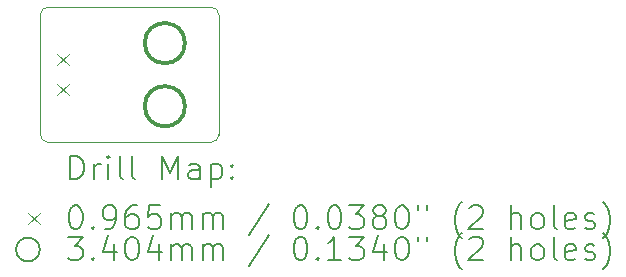
<source format=gbr>
%TF.GenerationSoftware,KiCad,Pcbnew,6.0.7-f9a2dced07~116~ubuntu20.04.1*%
%TF.CreationDate,2022-09-17T14:00:31-07:00*%
%TF.ProjectId,CAN_terminator,43414e5f-7465-4726-9d69-6e61746f722e,rev?*%
%TF.SameCoordinates,Original*%
%TF.FileFunction,Drillmap*%
%TF.FilePolarity,Positive*%
%FSLAX45Y45*%
G04 Gerber Fmt 4.5, Leading zero omitted, Abs format (unit mm)*
G04 Created by KiCad (PCBNEW 6.0.7-f9a2dced07~116~ubuntu20.04.1) date 2022-09-17 14:00:31*
%MOMM*%
%LPD*%
G01*
G04 APERTURE LIST*
%ADD10C,0.100000*%
%ADD11C,0.200000*%
%ADD12C,0.096520*%
%ADD13C,0.340360*%
G04 APERTURE END LIST*
D10*
X15989300Y-12382500D02*
G75*
G03*
X16052800Y-12319000I0J63500D01*
G01*
X14605000Y-11239500D02*
G75*
G03*
X14541500Y-11303000I0J-63500D01*
G01*
X14541500Y-11303000D02*
X14541500Y-12319000D01*
X16052800Y-11303000D02*
X16052800Y-12319000D01*
X14605000Y-12382500D02*
X15989300Y-12382500D01*
X14541500Y-12319000D02*
G75*
G03*
X14605000Y-12382500I63500J0D01*
G01*
X14605000Y-11239500D02*
X15989300Y-11239500D01*
X16052800Y-11303000D02*
G75*
G03*
X15989300Y-11239500I-63500J0D01*
G01*
D11*
D12*
X14683740Y-11635740D02*
X14780260Y-11732260D01*
X14780260Y-11635740D02*
X14683740Y-11732260D01*
X14683740Y-11889740D02*
X14780260Y-11986260D01*
X14780260Y-11889740D02*
X14683740Y-11986260D01*
D13*
X15766180Y-11544000D02*
G75*
G03*
X15766180Y-11544000I-170180J0D01*
G01*
X15766180Y-12078000D02*
G75*
G03*
X15766180Y-12078000I-170180J0D01*
G01*
D11*
X14794119Y-12697976D02*
X14794119Y-12497976D01*
X14841738Y-12497976D01*
X14870309Y-12507500D01*
X14889357Y-12526548D01*
X14898881Y-12545595D01*
X14908405Y-12583690D01*
X14908405Y-12612262D01*
X14898881Y-12650357D01*
X14889357Y-12669405D01*
X14870309Y-12688452D01*
X14841738Y-12697976D01*
X14794119Y-12697976D01*
X14994119Y-12697976D02*
X14994119Y-12564643D01*
X14994119Y-12602738D02*
X15003643Y-12583690D01*
X15013167Y-12574167D01*
X15032214Y-12564643D01*
X15051262Y-12564643D01*
X15117928Y-12697976D02*
X15117928Y-12564643D01*
X15117928Y-12497976D02*
X15108405Y-12507500D01*
X15117928Y-12517024D01*
X15127452Y-12507500D01*
X15117928Y-12497976D01*
X15117928Y-12517024D01*
X15241738Y-12697976D02*
X15222690Y-12688452D01*
X15213167Y-12669405D01*
X15213167Y-12497976D01*
X15346500Y-12697976D02*
X15327452Y-12688452D01*
X15317928Y-12669405D01*
X15317928Y-12497976D01*
X15575071Y-12697976D02*
X15575071Y-12497976D01*
X15641738Y-12640833D01*
X15708405Y-12497976D01*
X15708405Y-12697976D01*
X15889357Y-12697976D02*
X15889357Y-12593214D01*
X15879833Y-12574167D01*
X15860786Y-12564643D01*
X15822690Y-12564643D01*
X15803643Y-12574167D01*
X15889357Y-12688452D02*
X15870309Y-12697976D01*
X15822690Y-12697976D01*
X15803643Y-12688452D01*
X15794119Y-12669405D01*
X15794119Y-12650357D01*
X15803643Y-12631309D01*
X15822690Y-12621786D01*
X15870309Y-12621786D01*
X15889357Y-12612262D01*
X15984595Y-12564643D02*
X15984595Y-12764643D01*
X15984595Y-12574167D02*
X16003643Y-12564643D01*
X16041738Y-12564643D01*
X16060786Y-12574167D01*
X16070309Y-12583690D01*
X16079833Y-12602738D01*
X16079833Y-12659881D01*
X16070309Y-12678928D01*
X16060786Y-12688452D01*
X16041738Y-12697976D01*
X16003643Y-12697976D01*
X15984595Y-12688452D01*
X16165548Y-12678928D02*
X16175071Y-12688452D01*
X16165548Y-12697976D01*
X16156024Y-12688452D01*
X16165548Y-12678928D01*
X16165548Y-12697976D01*
X16165548Y-12574167D02*
X16175071Y-12583690D01*
X16165548Y-12593214D01*
X16156024Y-12583690D01*
X16165548Y-12574167D01*
X16165548Y-12593214D01*
D12*
X14439980Y-12979240D02*
X14536500Y-13075760D01*
X14536500Y-12979240D02*
X14439980Y-13075760D01*
D11*
X14832214Y-12917976D02*
X14851262Y-12917976D01*
X14870309Y-12927500D01*
X14879833Y-12937024D01*
X14889357Y-12956071D01*
X14898881Y-12994167D01*
X14898881Y-13041786D01*
X14889357Y-13079881D01*
X14879833Y-13098928D01*
X14870309Y-13108452D01*
X14851262Y-13117976D01*
X14832214Y-13117976D01*
X14813167Y-13108452D01*
X14803643Y-13098928D01*
X14794119Y-13079881D01*
X14784595Y-13041786D01*
X14784595Y-12994167D01*
X14794119Y-12956071D01*
X14803643Y-12937024D01*
X14813167Y-12927500D01*
X14832214Y-12917976D01*
X14984595Y-13098928D02*
X14994119Y-13108452D01*
X14984595Y-13117976D01*
X14975071Y-13108452D01*
X14984595Y-13098928D01*
X14984595Y-13117976D01*
X15089357Y-13117976D02*
X15127452Y-13117976D01*
X15146500Y-13108452D01*
X15156024Y-13098928D01*
X15175071Y-13070357D01*
X15184595Y-13032262D01*
X15184595Y-12956071D01*
X15175071Y-12937024D01*
X15165548Y-12927500D01*
X15146500Y-12917976D01*
X15108405Y-12917976D01*
X15089357Y-12927500D01*
X15079833Y-12937024D01*
X15070309Y-12956071D01*
X15070309Y-13003690D01*
X15079833Y-13022738D01*
X15089357Y-13032262D01*
X15108405Y-13041786D01*
X15146500Y-13041786D01*
X15165548Y-13032262D01*
X15175071Y-13022738D01*
X15184595Y-13003690D01*
X15356024Y-12917976D02*
X15317928Y-12917976D01*
X15298881Y-12927500D01*
X15289357Y-12937024D01*
X15270309Y-12965595D01*
X15260786Y-13003690D01*
X15260786Y-13079881D01*
X15270309Y-13098928D01*
X15279833Y-13108452D01*
X15298881Y-13117976D01*
X15336976Y-13117976D01*
X15356024Y-13108452D01*
X15365548Y-13098928D01*
X15375071Y-13079881D01*
X15375071Y-13032262D01*
X15365548Y-13013214D01*
X15356024Y-13003690D01*
X15336976Y-12994167D01*
X15298881Y-12994167D01*
X15279833Y-13003690D01*
X15270309Y-13013214D01*
X15260786Y-13032262D01*
X15556024Y-12917976D02*
X15460786Y-12917976D01*
X15451262Y-13013214D01*
X15460786Y-13003690D01*
X15479833Y-12994167D01*
X15527452Y-12994167D01*
X15546500Y-13003690D01*
X15556024Y-13013214D01*
X15565548Y-13032262D01*
X15565548Y-13079881D01*
X15556024Y-13098928D01*
X15546500Y-13108452D01*
X15527452Y-13117976D01*
X15479833Y-13117976D01*
X15460786Y-13108452D01*
X15451262Y-13098928D01*
X15651262Y-13117976D02*
X15651262Y-12984643D01*
X15651262Y-13003690D02*
X15660786Y-12994167D01*
X15679833Y-12984643D01*
X15708405Y-12984643D01*
X15727452Y-12994167D01*
X15736976Y-13013214D01*
X15736976Y-13117976D01*
X15736976Y-13013214D02*
X15746500Y-12994167D01*
X15765548Y-12984643D01*
X15794119Y-12984643D01*
X15813167Y-12994167D01*
X15822690Y-13013214D01*
X15822690Y-13117976D01*
X15917928Y-13117976D02*
X15917928Y-12984643D01*
X15917928Y-13003690D02*
X15927452Y-12994167D01*
X15946500Y-12984643D01*
X15975071Y-12984643D01*
X15994119Y-12994167D01*
X16003643Y-13013214D01*
X16003643Y-13117976D01*
X16003643Y-13013214D02*
X16013167Y-12994167D01*
X16032214Y-12984643D01*
X16060786Y-12984643D01*
X16079833Y-12994167D01*
X16089357Y-13013214D01*
X16089357Y-13117976D01*
X16479833Y-12908452D02*
X16308405Y-13165595D01*
X16736976Y-12917976D02*
X16756024Y-12917976D01*
X16775071Y-12927500D01*
X16784595Y-12937024D01*
X16794119Y-12956071D01*
X16803643Y-12994167D01*
X16803643Y-13041786D01*
X16794119Y-13079881D01*
X16784595Y-13098928D01*
X16775071Y-13108452D01*
X16756024Y-13117976D01*
X16736976Y-13117976D01*
X16717928Y-13108452D01*
X16708405Y-13098928D01*
X16698881Y-13079881D01*
X16689357Y-13041786D01*
X16689357Y-12994167D01*
X16698881Y-12956071D01*
X16708405Y-12937024D01*
X16717928Y-12927500D01*
X16736976Y-12917976D01*
X16889357Y-13098928D02*
X16898881Y-13108452D01*
X16889357Y-13117976D01*
X16879833Y-13108452D01*
X16889357Y-13098928D01*
X16889357Y-13117976D01*
X17022690Y-12917976D02*
X17041738Y-12917976D01*
X17060786Y-12927500D01*
X17070310Y-12937024D01*
X17079833Y-12956071D01*
X17089357Y-12994167D01*
X17089357Y-13041786D01*
X17079833Y-13079881D01*
X17070310Y-13098928D01*
X17060786Y-13108452D01*
X17041738Y-13117976D01*
X17022690Y-13117976D01*
X17003643Y-13108452D01*
X16994119Y-13098928D01*
X16984595Y-13079881D01*
X16975071Y-13041786D01*
X16975071Y-12994167D01*
X16984595Y-12956071D01*
X16994119Y-12937024D01*
X17003643Y-12927500D01*
X17022690Y-12917976D01*
X17156024Y-12917976D02*
X17279833Y-12917976D01*
X17213167Y-12994167D01*
X17241738Y-12994167D01*
X17260786Y-13003690D01*
X17270310Y-13013214D01*
X17279833Y-13032262D01*
X17279833Y-13079881D01*
X17270310Y-13098928D01*
X17260786Y-13108452D01*
X17241738Y-13117976D01*
X17184595Y-13117976D01*
X17165548Y-13108452D01*
X17156024Y-13098928D01*
X17394119Y-13003690D02*
X17375071Y-12994167D01*
X17365548Y-12984643D01*
X17356024Y-12965595D01*
X17356024Y-12956071D01*
X17365548Y-12937024D01*
X17375071Y-12927500D01*
X17394119Y-12917976D01*
X17432214Y-12917976D01*
X17451262Y-12927500D01*
X17460786Y-12937024D01*
X17470310Y-12956071D01*
X17470310Y-12965595D01*
X17460786Y-12984643D01*
X17451262Y-12994167D01*
X17432214Y-13003690D01*
X17394119Y-13003690D01*
X17375071Y-13013214D01*
X17365548Y-13022738D01*
X17356024Y-13041786D01*
X17356024Y-13079881D01*
X17365548Y-13098928D01*
X17375071Y-13108452D01*
X17394119Y-13117976D01*
X17432214Y-13117976D01*
X17451262Y-13108452D01*
X17460786Y-13098928D01*
X17470310Y-13079881D01*
X17470310Y-13041786D01*
X17460786Y-13022738D01*
X17451262Y-13013214D01*
X17432214Y-13003690D01*
X17594119Y-12917976D02*
X17613167Y-12917976D01*
X17632214Y-12927500D01*
X17641738Y-12937024D01*
X17651262Y-12956071D01*
X17660786Y-12994167D01*
X17660786Y-13041786D01*
X17651262Y-13079881D01*
X17641738Y-13098928D01*
X17632214Y-13108452D01*
X17613167Y-13117976D01*
X17594119Y-13117976D01*
X17575071Y-13108452D01*
X17565548Y-13098928D01*
X17556024Y-13079881D01*
X17546500Y-13041786D01*
X17546500Y-12994167D01*
X17556024Y-12956071D01*
X17565548Y-12937024D01*
X17575071Y-12927500D01*
X17594119Y-12917976D01*
X17736976Y-12917976D02*
X17736976Y-12956071D01*
X17813167Y-12917976D02*
X17813167Y-12956071D01*
X18108405Y-13194167D02*
X18098881Y-13184643D01*
X18079833Y-13156071D01*
X18070310Y-13137024D01*
X18060786Y-13108452D01*
X18051262Y-13060833D01*
X18051262Y-13022738D01*
X18060786Y-12975119D01*
X18070310Y-12946548D01*
X18079833Y-12927500D01*
X18098881Y-12898928D01*
X18108405Y-12889405D01*
X18175071Y-12937024D02*
X18184595Y-12927500D01*
X18203643Y-12917976D01*
X18251262Y-12917976D01*
X18270310Y-12927500D01*
X18279833Y-12937024D01*
X18289357Y-12956071D01*
X18289357Y-12975119D01*
X18279833Y-13003690D01*
X18165548Y-13117976D01*
X18289357Y-13117976D01*
X18527452Y-13117976D02*
X18527452Y-12917976D01*
X18613167Y-13117976D02*
X18613167Y-13013214D01*
X18603643Y-12994167D01*
X18584595Y-12984643D01*
X18556024Y-12984643D01*
X18536976Y-12994167D01*
X18527452Y-13003690D01*
X18736976Y-13117976D02*
X18717929Y-13108452D01*
X18708405Y-13098928D01*
X18698881Y-13079881D01*
X18698881Y-13022738D01*
X18708405Y-13003690D01*
X18717929Y-12994167D01*
X18736976Y-12984643D01*
X18765548Y-12984643D01*
X18784595Y-12994167D01*
X18794119Y-13003690D01*
X18803643Y-13022738D01*
X18803643Y-13079881D01*
X18794119Y-13098928D01*
X18784595Y-13108452D01*
X18765548Y-13117976D01*
X18736976Y-13117976D01*
X18917929Y-13117976D02*
X18898881Y-13108452D01*
X18889357Y-13089405D01*
X18889357Y-12917976D01*
X19070310Y-13108452D02*
X19051262Y-13117976D01*
X19013167Y-13117976D01*
X18994119Y-13108452D01*
X18984595Y-13089405D01*
X18984595Y-13013214D01*
X18994119Y-12994167D01*
X19013167Y-12984643D01*
X19051262Y-12984643D01*
X19070310Y-12994167D01*
X19079833Y-13013214D01*
X19079833Y-13032262D01*
X18984595Y-13051309D01*
X19156024Y-13108452D02*
X19175071Y-13117976D01*
X19213167Y-13117976D01*
X19232214Y-13108452D01*
X19241738Y-13089405D01*
X19241738Y-13079881D01*
X19232214Y-13060833D01*
X19213167Y-13051309D01*
X19184595Y-13051309D01*
X19165548Y-13041786D01*
X19156024Y-13022738D01*
X19156024Y-13013214D01*
X19165548Y-12994167D01*
X19184595Y-12984643D01*
X19213167Y-12984643D01*
X19232214Y-12994167D01*
X19308405Y-13194167D02*
X19317929Y-13184643D01*
X19336976Y-13156071D01*
X19346500Y-13137024D01*
X19356024Y-13108452D01*
X19365548Y-13060833D01*
X19365548Y-13022738D01*
X19356024Y-12975119D01*
X19346500Y-12946548D01*
X19336976Y-12927500D01*
X19317929Y-12898928D01*
X19308405Y-12889405D01*
X14536500Y-13291500D02*
G75*
G03*
X14536500Y-13291500I-100000J0D01*
G01*
X14775071Y-13181976D02*
X14898881Y-13181976D01*
X14832214Y-13258167D01*
X14860786Y-13258167D01*
X14879833Y-13267690D01*
X14889357Y-13277214D01*
X14898881Y-13296262D01*
X14898881Y-13343881D01*
X14889357Y-13362928D01*
X14879833Y-13372452D01*
X14860786Y-13381976D01*
X14803643Y-13381976D01*
X14784595Y-13372452D01*
X14775071Y-13362928D01*
X14984595Y-13362928D02*
X14994119Y-13372452D01*
X14984595Y-13381976D01*
X14975071Y-13372452D01*
X14984595Y-13362928D01*
X14984595Y-13381976D01*
X15165548Y-13248643D02*
X15165548Y-13381976D01*
X15117928Y-13172452D02*
X15070309Y-13315309D01*
X15194119Y-13315309D01*
X15308405Y-13181976D02*
X15327452Y-13181976D01*
X15346500Y-13191500D01*
X15356024Y-13201024D01*
X15365548Y-13220071D01*
X15375071Y-13258167D01*
X15375071Y-13305786D01*
X15365548Y-13343881D01*
X15356024Y-13362928D01*
X15346500Y-13372452D01*
X15327452Y-13381976D01*
X15308405Y-13381976D01*
X15289357Y-13372452D01*
X15279833Y-13362928D01*
X15270309Y-13343881D01*
X15260786Y-13305786D01*
X15260786Y-13258167D01*
X15270309Y-13220071D01*
X15279833Y-13201024D01*
X15289357Y-13191500D01*
X15308405Y-13181976D01*
X15546500Y-13248643D02*
X15546500Y-13381976D01*
X15498881Y-13172452D02*
X15451262Y-13315309D01*
X15575071Y-13315309D01*
X15651262Y-13381976D02*
X15651262Y-13248643D01*
X15651262Y-13267690D02*
X15660786Y-13258167D01*
X15679833Y-13248643D01*
X15708405Y-13248643D01*
X15727452Y-13258167D01*
X15736976Y-13277214D01*
X15736976Y-13381976D01*
X15736976Y-13277214D02*
X15746500Y-13258167D01*
X15765548Y-13248643D01*
X15794119Y-13248643D01*
X15813167Y-13258167D01*
X15822690Y-13277214D01*
X15822690Y-13381976D01*
X15917928Y-13381976D02*
X15917928Y-13248643D01*
X15917928Y-13267690D02*
X15927452Y-13258167D01*
X15946500Y-13248643D01*
X15975071Y-13248643D01*
X15994119Y-13258167D01*
X16003643Y-13277214D01*
X16003643Y-13381976D01*
X16003643Y-13277214D02*
X16013167Y-13258167D01*
X16032214Y-13248643D01*
X16060786Y-13248643D01*
X16079833Y-13258167D01*
X16089357Y-13277214D01*
X16089357Y-13381976D01*
X16479833Y-13172452D02*
X16308405Y-13429595D01*
X16736976Y-13181976D02*
X16756024Y-13181976D01*
X16775071Y-13191500D01*
X16784595Y-13201024D01*
X16794119Y-13220071D01*
X16803643Y-13258167D01*
X16803643Y-13305786D01*
X16794119Y-13343881D01*
X16784595Y-13362928D01*
X16775071Y-13372452D01*
X16756024Y-13381976D01*
X16736976Y-13381976D01*
X16717928Y-13372452D01*
X16708405Y-13362928D01*
X16698881Y-13343881D01*
X16689357Y-13305786D01*
X16689357Y-13258167D01*
X16698881Y-13220071D01*
X16708405Y-13201024D01*
X16717928Y-13191500D01*
X16736976Y-13181976D01*
X16889357Y-13362928D02*
X16898881Y-13372452D01*
X16889357Y-13381976D01*
X16879833Y-13372452D01*
X16889357Y-13362928D01*
X16889357Y-13381976D01*
X17089357Y-13381976D02*
X16975071Y-13381976D01*
X17032214Y-13381976D02*
X17032214Y-13181976D01*
X17013167Y-13210548D01*
X16994119Y-13229595D01*
X16975071Y-13239119D01*
X17156024Y-13181976D02*
X17279833Y-13181976D01*
X17213167Y-13258167D01*
X17241738Y-13258167D01*
X17260786Y-13267690D01*
X17270310Y-13277214D01*
X17279833Y-13296262D01*
X17279833Y-13343881D01*
X17270310Y-13362928D01*
X17260786Y-13372452D01*
X17241738Y-13381976D01*
X17184595Y-13381976D01*
X17165548Y-13372452D01*
X17156024Y-13362928D01*
X17451262Y-13248643D02*
X17451262Y-13381976D01*
X17403643Y-13172452D02*
X17356024Y-13315309D01*
X17479833Y-13315309D01*
X17594119Y-13181976D02*
X17613167Y-13181976D01*
X17632214Y-13191500D01*
X17641738Y-13201024D01*
X17651262Y-13220071D01*
X17660786Y-13258167D01*
X17660786Y-13305786D01*
X17651262Y-13343881D01*
X17641738Y-13362928D01*
X17632214Y-13372452D01*
X17613167Y-13381976D01*
X17594119Y-13381976D01*
X17575071Y-13372452D01*
X17565548Y-13362928D01*
X17556024Y-13343881D01*
X17546500Y-13305786D01*
X17546500Y-13258167D01*
X17556024Y-13220071D01*
X17565548Y-13201024D01*
X17575071Y-13191500D01*
X17594119Y-13181976D01*
X17736976Y-13181976D02*
X17736976Y-13220071D01*
X17813167Y-13181976D02*
X17813167Y-13220071D01*
X18108405Y-13458167D02*
X18098881Y-13448643D01*
X18079833Y-13420071D01*
X18070310Y-13401024D01*
X18060786Y-13372452D01*
X18051262Y-13324833D01*
X18051262Y-13286738D01*
X18060786Y-13239119D01*
X18070310Y-13210548D01*
X18079833Y-13191500D01*
X18098881Y-13162928D01*
X18108405Y-13153405D01*
X18175071Y-13201024D02*
X18184595Y-13191500D01*
X18203643Y-13181976D01*
X18251262Y-13181976D01*
X18270310Y-13191500D01*
X18279833Y-13201024D01*
X18289357Y-13220071D01*
X18289357Y-13239119D01*
X18279833Y-13267690D01*
X18165548Y-13381976D01*
X18289357Y-13381976D01*
X18527452Y-13381976D02*
X18527452Y-13181976D01*
X18613167Y-13381976D02*
X18613167Y-13277214D01*
X18603643Y-13258167D01*
X18584595Y-13248643D01*
X18556024Y-13248643D01*
X18536976Y-13258167D01*
X18527452Y-13267690D01*
X18736976Y-13381976D02*
X18717929Y-13372452D01*
X18708405Y-13362928D01*
X18698881Y-13343881D01*
X18698881Y-13286738D01*
X18708405Y-13267690D01*
X18717929Y-13258167D01*
X18736976Y-13248643D01*
X18765548Y-13248643D01*
X18784595Y-13258167D01*
X18794119Y-13267690D01*
X18803643Y-13286738D01*
X18803643Y-13343881D01*
X18794119Y-13362928D01*
X18784595Y-13372452D01*
X18765548Y-13381976D01*
X18736976Y-13381976D01*
X18917929Y-13381976D02*
X18898881Y-13372452D01*
X18889357Y-13353405D01*
X18889357Y-13181976D01*
X19070310Y-13372452D02*
X19051262Y-13381976D01*
X19013167Y-13381976D01*
X18994119Y-13372452D01*
X18984595Y-13353405D01*
X18984595Y-13277214D01*
X18994119Y-13258167D01*
X19013167Y-13248643D01*
X19051262Y-13248643D01*
X19070310Y-13258167D01*
X19079833Y-13277214D01*
X19079833Y-13296262D01*
X18984595Y-13315309D01*
X19156024Y-13372452D02*
X19175071Y-13381976D01*
X19213167Y-13381976D01*
X19232214Y-13372452D01*
X19241738Y-13353405D01*
X19241738Y-13343881D01*
X19232214Y-13324833D01*
X19213167Y-13315309D01*
X19184595Y-13315309D01*
X19165548Y-13305786D01*
X19156024Y-13286738D01*
X19156024Y-13277214D01*
X19165548Y-13258167D01*
X19184595Y-13248643D01*
X19213167Y-13248643D01*
X19232214Y-13258167D01*
X19308405Y-13458167D02*
X19317929Y-13448643D01*
X19336976Y-13420071D01*
X19346500Y-13401024D01*
X19356024Y-13372452D01*
X19365548Y-13324833D01*
X19365548Y-13286738D01*
X19356024Y-13239119D01*
X19346500Y-13210548D01*
X19336976Y-13191500D01*
X19317929Y-13162928D01*
X19308405Y-13153405D01*
M02*

</source>
